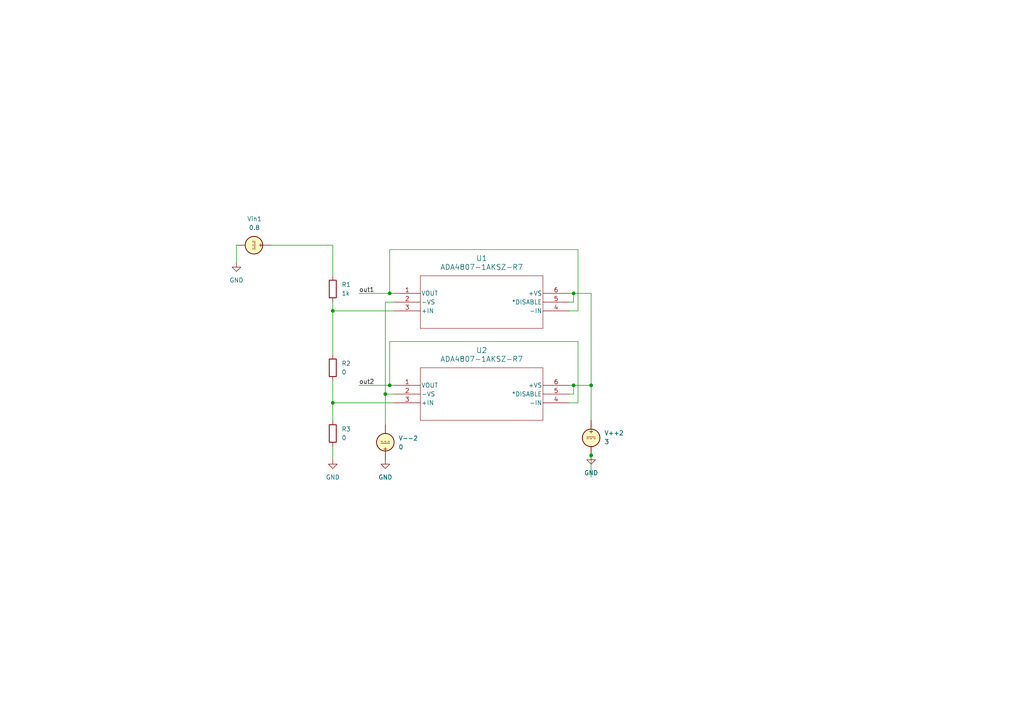
<source format=kicad_sch>
(kicad_sch (version 20231120) (generator "eeschema") (generator_version "8.0")
  (paper "A4")
  (lib_symbols
    (symbol "Device:R" (pin_numbers hide) (pin_names (offset 0))
      (property "Reference" "R" (at 2.032 0 90))
      (property "Value" "R" (at 0 0 90))
      (symbol "R_0_1"
        (rectangle (start -1.016 -2.54) (end 1.016 2.54) (stroke (width 0.254)))
      )
      (symbol "R_1_1"
        (pin passive line (at 0 3.81 270) (length 1.27) (name "~") (number "1"))
        (pin passive line (at 0 -3.81 90) (length 1.27) (name "~") (number "2"))
      )
    )
    (symbol "Opamp:ADA4807-1AKSZ-R7" (pin_names (offset 0.254))
      (property "Reference" "U" (at 25.4 10.16 0))
      (property "Value" "ADA4807-1AKSZ-R7" (at 25.4 7.62 0))
      (symbol "ADA4807-1AKSZ-R7_0_1"
        (polyline (pts (xy 7.62 -10.16) (xy 43.18 -10.16)) (stroke (width 0.127)))
        (polyline (pts (xy 7.62 5.08) (xy 7.62 -10.16)) (stroke (width 0.127)))
        (polyline (pts (xy 43.18 -10.16) (xy 43.18 5.08)) (stroke (width 0.127)))
        (polyline (pts (xy 43.18 5.08) (xy 7.62 5.08)) (stroke (width 0.127)))
        (pin power_in line (at 0 0 0) (length 7.62) (name "VOUT") (number "1"))
        (pin power_in line (at 0 -2.54 0) (length 7.62) (name "-VS") (number "2"))
        (pin input line (at 0 -5.08 0) (length 7.62) (name "+IN") (number "3"))
        (pin input line (at 50.8 -5.08 180) (length 7.62) (name "-IN") (number "4"))
        (pin unspecified line (at 50.8 -2.54 180) (length 7.62) (name "*DISABLE") (number "5"))
        (pin power_in line (at 50.8 0 180) (length 7.62) (name "+VS") (number "6"))
      )
    )
    (symbol "Simulation_SPICE:VDC" (pin_numbers hide) (pin_names (offset 0.0254))
      (property "Reference" "V" (at 2.54 2.54 0))
      (property "Value" "1" (at 2.54 0 0))
      (symbol "VDC_0_0"
        (polyline (pts (xy -1.27 0.254) (xy 1.27 0.254)))
        (polyline (pts (xy -0.762 -0.254) (xy -1.27 -0.254)))
        (polyline (pts (xy 0.254 -0.254) (xy -0.254 -0.254)))
        (polyline (pts (xy 1.27 -0.254) (xy 0.762 -0.254)))
        (text "+" (at 0 1.905 0) (effects (font (size 1.27 1.27))))
      )
      (symbol "VDC_0_1"
        (circle (center 0 0) (radius 2.54) (stroke (width 0.254)) (fill (type background)))
      )
      (symbol "VDC_1_1"
        (pin passive line (at 0 5.08 270) (length 2.54) (name "~") (number "1"))
        (pin passive line (at 0 -5.08 90) (length 2.54) (name "~") (number "2"))
      )
    )
    (symbol "power:GND" (power) (pin_numbers hide) (pin_names (offset 0) hide)
      (property "Value" "GND" (at 0 -3.81 0))
      (symbol "GND_0_1"
        (polyline (pts (xy 0 0) (xy 0 -1.27) (xy 1.27 -1.27) (xy 0 -2.54) (xy -1.27 -1.27) (xy 0 -1.27)))
      )
      (symbol "GND_1_1"
        (pin power_in line (at 0 0 270) (length 0) (name "~") (number "1"))
      )
    )
  )
  (junction (at 96.52 90.17))
  (junction (at 113.03 85.09))
  (junction (at 166.37 111.76))
  (junction (at 113.03 111.76))
  (junction (at 171.45 111.76))
  (junction (at 171.45 132.08))
  (junction (at 166.37 85.09))
  (junction (at 111.76 114.3))
  (junction (at 96.52 116.84))
  (wire (pts (xy 111.76 114.3) (xy 114.3 114.3)))
  (wire (pts (xy 166.37 111.76) (xy 166.37 114.3)))
  (wire (pts (xy 96.52 129.54) (xy 96.52 133.35)))
  (wire (pts (xy 165.1 85.09) (xy 166.37 85.09)))
  (wire (pts (xy 96.52 71.12) (xy 96.52 80.01)))
  (wire (pts (xy 167.64 72.39) (xy 113.03 72.39)))
  (wire (pts (xy 166.37 111.76) (xy 171.45 111.76)))
  (wire (pts (xy 167.64 90.17) (xy 167.64 72.39)))
  (wire (pts (xy 96.52 71.12) (xy 78.74 71.12)))
  (wire (pts (xy 111.76 87.63) (xy 114.3 87.63)))
  (wire (pts (xy 165.1 114.3) (xy 166.37 114.3)))
  (wire (pts (xy 96.52 90.17) (xy 96.52 102.87)))
  (wire (pts (xy 167.64 116.84) (xy 167.64 99.06)))
  (wire (pts (xy 96.52 110.49) (xy 96.52 116.84)))
  (wire (pts (xy 171.45 85.09) (xy 171.45 111.76)))
  (wire (pts (xy 104.14 111.76) (xy 113.03 111.76)))
  (wire (pts (xy 166.37 85.09) (xy 166.37 87.63)))
  (wire (pts (xy 68.58 71.12) (xy 68.58 76.2)))
  (wire (pts (xy 104.14 85.09) (xy 113.03 85.09)))
  (wire (pts (xy 166.37 85.09) (xy 171.45 85.09)))
  (wire (pts (xy 96.52 87.63) (xy 96.52 90.17)))
  (wire (pts (xy 165.1 87.63) (xy 166.37 87.63)))
  (wire (pts (xy 111.76 114.3) (xy 111.76 123.19)))
  (wire (pts (xy 171.45 132.08) (xy 171.45 138.43)))
  (wire (pts (xy 113.03 72.39) (xy 113.03 85.09)))
  (wire (pts (xy 165.1 116.84) (xy 167.64 116.84)))
  (wire (pts (xy 113.03 99.06) (xy 113.03 111.76)))
  (wire (pts (xy 113.03 111.76) (xy 114.3 111.76)))
  (wire (pts (xy 111.76 87.63) (xy 111.76 114.3)))
  (wire (pts (xy 113.03 85.09) (xy 114.3 85.09)))
  (wire (pts (xy 96.52 90.17) (xy 114.3 90.17)))
  (wire (pts (xy 165.1 90.17) (xy 167.64 90.17)))
  (wire (pts (xy 167.64 99.06) (xy 113.03 99.06)))
  (wire (pts (xy 96.52 116.84) (xy 114.3 116.84)))
  (wire (pts (xy 165.1 111.76) (xy 166.37 111.76)))
  (wire (pts (xy 96.52 116.84) (xy 96.52 121.92)))
  (wire (pts (xy 171.45 111.76) (xy 171.45 121.92)))
  (label "out1" (at 104.14 85.09 0))
  (label "out2" (at 104.14 111.76 0))
  (symbol (lib_id "power:GND") (at 68.58 76.2 0) (unit 1)
    (property "Reference" "#PWR01" (effects (hide yes)))
    (property "Value" "GND" (at 68.58 81.28 0))
    (property "Description" "Power symbol creates a global label with name \"GND\" , ground" (effects (hide yes)))
  )
  (symbol (lib_id "power:GND") (at 171.45 132.08 0) (unit 1)
    (property "Reference" "#PWR07" (effects (hide yes)))
    (property "Value" "GND" (at 171.45 137.16 0))
    (property "Description" "Power symbol creates a global label with name \"GND\" , ground" (effects (hide yes)))
  )
  (symbol (lib_id "Device:R") (at 96.52 83.82 0) (unit 1)
    (property "Reference" "R1" (at 99.06 82.5499 0) (effects (justify left)))
    (property "Value" "1k" (at 99.06 85.0899 0) (effects (justify left)))
    (property "Description" "Resistor" (effects (hide yes)))
  )
  (symbol (lib_id "Device:R") (at 96.52 125.73 0) (unit 1)
    (property "Reference" "R3" (at 99.06 124.4599 0) (effects (justify left)))
    (property "Value" "0" (at 99.06 126.9999 0) (effects (justify left)))
    (property "Description" "Resistor" (effects (hide yes)))
  )
  (symbol (lib_id "power:GND") (at 96.52 133.35 0) (unit 1)
    (property "Reference" "#PWR05" (effects (hide yes)))
    (property "Value" "GND" (at 96.52 138.43 0))
    (property "Description" "Power symbol creates a global label with name \"GND\" , ground" (effects (hide yes)))
  )
  (symbol (lib_id "Device:R") (at 96.52 106.68 0) (unit 1)
    (property "Reference" "R2" (at 99.06 105.4099 0) (effects (justify left)))
    (property "Value" "0" (at 99.06 107.9499 0) (effects (justify left)))
    (property "Description" "Resistor" (effects (hide yes)))
  )
  (symbol (lib_id "Opamp:ADA4807-1AKSZ-R7") (at 114.3 111.76 0) (unit 1)
    (property "Reference" "U2" (at 139.7 101.6 0) (effects (font (size 1.524 1.524))))
    (property "Value" "ADA4807-1AKSZ-R7" (at 139.7 104.14 0) (effects (font (size 1.524 1.524))))
    (property "Footprint" "KS-6_ADI" (effects (hide yes)))
    (property "Datasheet" "ADA4807-1AKSZ-R7" (effects (hide yes)))
    (property "Sim.Library" "/home/maxwell/github-repos/sp-24-EE628/6_Test/2_PCB/test_board_1/TestBoardEDA/models/ADA4807.cir" (effects (hide yes)))
    (property "Sim.Name" "ADA4807" (effects (hide yes)))
    (property "Sim.Device" "SUBCKT" (effects (hide yes)))
    (property "Sim.Pins" "1=104 2=103 3=100 4=101 5=106 6=102" (effects (hide yes)))
  )
  (symbol (lib_id "Simulation_SPICE:VDC") (at 73.66 71.12 270) (unit 1)
    (property "Reference" "Vin1" (at 73.7898 63.5 90))
    (property "Value" "0.8" (at 73.7898 66.04 90))
    (property "Datasheet" "https://ngspice.sourceforge.io/docs/ngspice-html-manual/manual.xhtml#sec_Independent_Sources_for" (effects (hide yes)))
    (property "Description" "Voltage source, DC" (effects (hide yes)))
    (property "Sim.Pins" "1=+ 2=-" (effects (hide yes)))
    (property "Sim.Type" "DC" (effects (hide yes)))
    (property "Sim.Device" "V" (effects (hide yes)))
  )
  (symbol (lib_id "Simulation_SPICE:VDC") (at 111.76 128.27 180) (unit 1)
    (property "Reference" "V--2" (at 115.57 127.1297 0) (effects (justify right)))
    (property "Value" "0" (at 115.57 129.6697 0) (effects (justify right)))
    (property "Datasheet" "https://ngspice.sourceforge.io/docs/ngspice-html-manual/manual.xhtml#sec_Independent_Sources_for" (effects (hide yes)))
    (property "Description" "Voltage source, DC" (effects (hide yes)))
    (property "Sim.Pins" "1=+ 2=-" (effects (hide yes)))
    (property "Sim.Type" "DC" (effects (hide yes)))
    (property "Sim.Device" "V" (effects (hide yes)))
  )
  (symbol (lib_id "Opamp:ADA4807-1AKSZ-R7") (at 114.3 85.09 0) (unit 1)
    (property "Reference" "U1" (at 139.7 74.93 0) (effects (font (size 1.524 1.524))))
    (property "Value" "ADA4807-1AKSZ-R7" (at 139.7 77.47 0) (effects (font (size 1.524 1.524))))
    (property "Footprint" "KS-6_ADI" (effects (hide yes)))
    (property "Datasheet" "ADA4807-1AKSZ-R7" (effects (hide yes)))
    (property "Sim.Library" "/home/maxwell/github-repos/sp-24-EE628/6_Test/2_PCB/test_board_1/TestBoardEDA/models/ADA4807.cir" (effects (hide yes)))
    (property "Sim.Name" "ADA4807" (effects (hide yes)))
    (property "Sim.Device" "SUBCKT" (effects (hide yes)))
    (property "Sim.Pins" "1=104 2=103 3=100 4=101 5=106 6=102" (effects (hide yes)))
  )
  (symbol (lib_id "Simulation_SPICE:VDC") (at 171.45 127 0) (unit 1)
    (property "Reference" "V++2" (at 175.26 125.6001 0) (effects (justify left)))
    (property "Value" "3" (at 175.26 128.1401 0) (effects (justify left)))
    (property "Datasheet" "https://ngspice.sourceforge.io/docs/ngspice-html-manual/manual.xhtml#sec_Independent_Sources_for" (effects (hide yes)))
    (property "Description" "Voltage source, DC" (effects (hide yes)))
    (property "Sim.Pins" "1=+ 2=-" (effects (hide yes)))
    (property "Sim.Type" "DC" (effects (hide yes)))
    (property "Sim.Device" "V" (effects (hide yes)))
  )
  (symbol (lib_id "power:GND") (at 111.76 133.35 0) (unit 1)
    (property "Reference" "#PWR06" (effects (hide yes)))
    (property "Value" "GND" (at 111.76 138.43 0))
    (property "Description" "Power symbol creates a global label with name \"GND\" , ground" (effects (hide yes)))
  )
)
</source>
